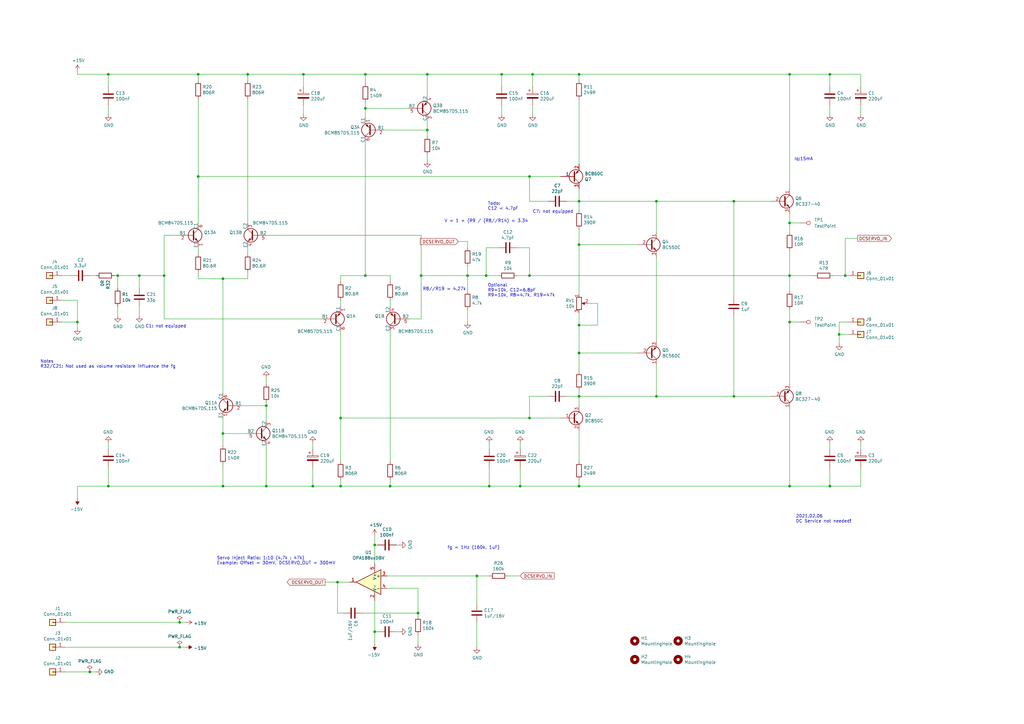
<source format=kicad_sch>
(kicad_sch (version 20211123) (generator eeschema)
  (paper "A3")
  (title_block (title "Discrete Pre-Amp Elektor with DC Servo") (date "2022-12-29") (rev "v2d"))
  (lib_symbols
    (symbol "Amplifier_Operational:OPA188xxDBV" (pin_names (offset 0.127))
      (property "Reference" "U" (at 0 5.08 0))
      (property "Value" "OPA188xxDBV" (at 0 -5.08 0))
      (symbol "OPA188xxDBV_0_1"
        (pin power_in line (at -2.54 -7.62 90) (length 3.81) (name "V-") (number "2"))
        (pin power_in line (at -2.54 7.62 270) (length 3.81) (name "V+") (number "5"))
      )
      (symbol "OPA188xxDBV_1_1"
        (pin output line (at 7.62 0 180) (length 2.54) (name "~") (number "1"))
        (pin input line (at -7.62 2.54 0) (length 2.54) (name "+") (number "3"))
        (pin input line (at -7.62 -2.54 0) (length 2.54) (name "-") (number "4"))
      )
    )
    (symbol "Connector:TestPoint" (pin_numbers hide) (pin_names (offset 0.762) hide)
      (property "Reference" "TP" (at 0 6.858 0))
      (property "Value" "TestPoint" (at 0 5.08 0))
      (symbol "TestPoint_1_1"
        (pin passive line (at 0 0 90) (length 2.54) (name "1") (number "1"))
      )
    )
    (symbol "Connector_Generic:Conn_01x01" (pin_names (offset 1.016) hide)
      (property "Reference" "J" (at 0 2.54 0))
      (property "Value" "Conn_01x01" (at 0 -2.54 0))
      (symbol "Conn_01x01_1_1"
        (pin passive line (at -5.08 0 0) (length 3.81) (name "Pin_1") (number "1"))
      )
    )
    (symbol "Device:C" (pin_numbers hide) (pin_names (offset 0.254))
      (property "Reference" "C" (at 0.635 2.54 0))
      (property "Value" "C" (at 0.635 -2.54 0))
      (symbol "C_1_1"
        (pin passive line (at 0 3.81 270) (length 2.794) (name "~") (number "1"))
        (pin passive line (at 0 -3.81 90) (length 2.794) (name "~") (number "2"))
      )
    )
    (symbol "Device:C_Polarized" (pin_numbers hide) (pin_names (offset 0.254))
      (property "Reference" "C" (at 0.635 2.54 0))
      (property "Value" "C_Polarized" (at 0.635 -2.54 0))
      (symbol "C_Polarized_1_1"
        (pin passive line (at 0 3.81 270) (length 2.794) (name "~") (number "1"))
        (pin passive line (at 0 -3.81 90) (length 2.794) (name "~") (number "2"))
      )
    )
    (symbol "Device:R" (pin_numbers hide) (pin_names (offset 0))
      (property "Reference" "R" (at 2.032 0 90))
      (property "Value" "R" (at 0 0 90))
      (symbol "R_1_1"
        (pin passive line (at 0 3.81 270) (length 1.27) (name "~") (number "1"))
        (pin passive line (at 0 -3.81 90) (length 1.27) (name "~") (number "2"))
      )
    )
    (symbol "Mechanical:MountingHole" (pin_names (offset 1.016))
      (property "Reference" "H" (at 0 5.08 0))
      (property "Value" "MountingHole" (at 0 3.175 0))
    )
    (symbol "Transistor_BJT:BC327" (pin_names (offset 0) hide)
      (property "Reference" "Q" (at 5.08 1.905 0))
      (property "Value" "BC327" (at 5.08 0 0))
      (symbol "BC327_1_1"
        (pin passive line (at 2.54 5.08 270) (length 2.54) (name "C") (number "1"))
        (pin input line (at -5.08 0 0) (length 5.715) (name "B") (number "2"))
        (pin passive line (at 2.54 -5.08 90) (length 2.54) (name "E") (number "3"))
      )
    )
    (symbol "Transistor_BJT:BC337" (pin_names (offset 0) hide)
      (property "Reference" "Q" (at 5.08 1.905 0))
      (property "Value" "BC337" (at 5.08 0 0))
      (symbol "BC337_1_1"
        (pin passive line (at 2.54 5.08 270) (length 2.54) (name "C") (number "1"))
        (pin input line (at -5.08 0 0) (length 5.08) (name "B") (number "2"))
        (pin passive line (at 2.54 -5.08 90) (length 2.54) (name "E") (number "3"))
      )
    )
    (symbol "Transistor_BJT:BC550" (pin_names (offset 0) hide)
      (property "Reference" "Q" (at 5.08 1.905 0))
      (property "Value" "BC550" (at 5.08 0 0))
      (symbol "BC550_1_1"
        (pin passive line (at 2.54 5.08 270) (length 2.54) (name "C") (number "1"))
        (pin input line (at -5.08 0 0) (length 5.08) (name "B") (number "2"))
        (pin passive line (at 2.54 -5.08 90) (length 2.54) (name "E") (number "3"))
      )
    )
    (symbol "Transistor_BJT:BC560" (pin_names (offset 0) hide)
      (property "Reference" "Q" (at 5.08 1.905 0))
      (property "Value" "BC560" (at 5.08 0 0))
      (symbol "BC560_1_1"
        (pin passive line (at 2.54 5.08 270) (length 2.54) (name "C") (number "1"))
        (pin input line (at -5.08 0 0) (length 5.715) (name "B") (number "2"))
        (pin passive line (at 2.54 -5.08 90) (length 2.54) (name "E") (number "3"))
      )
    )
    (symbol "Transistor_BJT:BC850" (pin_names (offset 0) hide)
      (property "Reference" "Q" (at 5.08 1.905 0))
      (property "Value" "BC850" (at 5.08 0 0))
      (symbol "BC850_1_1"
        (pin input line (at -5.08 0 0) (length 5.715) (name "B") (number "1"))
        (pin passive line (at 2.54 -5.08 90) (length 2.54) (name "E") (number "2"))
        (pin passive line (at 2.54 5.08 270) (length 2.54) (name "C") (number "3"))
      )
    )
    (symbol "Transistor_BJT:BC860" (pin_names (offset 0) hide)
      (property "Reference" "Q" (at 5.08 1.905 0))
      (property "Value" "BC860" (at 5.08 0 0))
      (symbol "BC860_1_1"
        (pin input line (at -5.08 0 0) (length 5.715) (name "B") (number "1"))
        (pin passive line (at 2.54 -5.08 90) (length 2.54) (name "E") (number "2"))
        (pin passive line (at 2.54 5.08 270) (length 2.54) (name "C") (number "3"))
      )
    )
    (symbol "kicad-snk:BCM847DS,115" (pin_names (offset 0))
      (property "Reference" "Q" (at 5.08 1.27 0))
      (property "Value" "BCM847DS,115" (at 5.08 -1.27 0))
      (symbol "BCM847DS,115_1_1"
        (pin passive line (at 2.54 -5.08 90) (length 2.54) (name "E1") (number "1"))
        (pin input line (at -5.08 0 0) (length 2.54) (name "B1") (number "2"))
        (pin passive line (at 2.54 5.08 270) (length 2.54) (name "C1") (number "6"))
      )
      (symbol "BCM847DS,115_2_1"
        (pin passive line (at 2.54 5.08 270) (length 2.54) (name "C2") (number "3"))
        (pin passive line (at 2.54 -5.08 90) (length 2.54) (name "E2") (number "4"))
        (pin input line (at -5.08 0 0) (length 2.54) (name "B2") (number "5"))
      )
    )
    (symbol "kicad-snk:BCM857DS,115" (pin_names (offset 0))
      (property "Reference" "Q" (at 5.08 1.27 0))
      (property "Value" "BCM857DS,115" (at 5.08 -1.27 0))
      (symbol "BCM857DS,115_1_1"
        (pin passive line (at 2.54 -5.08 90) (length 2.54) (name "E1") (number "1"))
        (pin input line (at -5.08 0 0) (length 2.54) (name "B1") (number "2"))
        (pin passive line (at 2.54 5.08 270) (length 2.54) (name "C1") (number "6"))
      )
      (symbol "BCM857DS,115_2_1"
        (pin passive line (at 2.54 5.08 270) (length 2.54) (name "C2") (number "3"))
        (pin passive line (at 2.54 -5.08 90) (length 2.54) (name "E2") (number "4"))
        (pin input line (at -5.08 0 0) (length 2.54) (name "B2") (number "5"))
      )
    )
    (symbol "power:+15V" (power) (pin_names (offset 0))
      (property "Value" "+15V" (at 0 3.556 0))
      (symbol "+15V_1_1"
        (pin power_in line (at 0 0 90) (length 0) hide (name "+15V") (number "1"))
      )
    )
    (symbol "power:-15V" (power) (pin_names (offset 0))
      (property "Value" "-15V" (at 0 3.81 0))
      (symbol "-15V_0_0"
        (pin power_in line (at 0 0 90) (length 0) hide (name "-15V") (number "1"))
      )
    )
    (symbol "power:GND" (power) (pin_names (offset 0))
      (property "Value" "GND" (at 0 -3.81 0))
      (symbol "GND_1_1"
        (pin power_in line (at 0 0 270) (length 0) hide (name "GND") (number "1"))
      )
    )
    (symbol "power:PWR_FLAG" (power) (pin_numbers hide) (pin_names (offset 0) hide)
      (property "Value" "PWR_FLAG" (at 0 3.81 0))
      (symbol "PWR_FLAG_0_0"
        (pin power_out line (at 0 0 90) (length 0) (name "pwr") (number "1"))
      )
    )
    (symbol "pre-amp-discret-rescue:R_POT-Device" (pin_names (offset 1.016) hide)
      (property "Reference" "RV" (at -4.445 0 90))
      (property "Value" "R_POT-Device" (at -2.54 0 90))
      (symbol "R_POT-Device_1_1"
        (pin passive line (at 0 3.81 270) (length 1.27) (name "1") (number "1"))
        (pin passive line (at 3.81 0 180) (length 1.27) (name "2") (number "2"))
        (pin passive line (at 0 -3.81 90) (length 1.27) (name "3") (number "3"))
      )
    )
  )
  (junction (at 149.86 113.03))
  (junction (at 139.7 199.39))
  (junction (at 217.17 171.45))
  (junction (at 237.49 162.56))
  (junction (at 237.49 100.33))
  (junction (at 237.49 30.48))
  (junction (at 149.86 30.48))
  (junction (at 67.31 113.03))
  (junction (at 160.02 199.39))
  (junction (at 237.49 82.55))
  (junction (at 300.99 82.55))
  (junction (at 175.26 30.48))
  (junction (at 237.49 133.35))
  (junction (at 124.46 30.48))
  (junction (at 340.36 199.39))
  (junction (at 217.17 72.39))
  (junction (at 195.58 236.22))
  (junction (at 171.45 251.46))
  (junction (at 139.7 171.45))
  (junction (at 346.71 113.03))
  (junction (at 323.85 91.44))
  (junction (at 91.44 114.3))
  (junction (at 138.43 238.76))
  (junction (at 172.72 113.03))
  (junction (at 36.83 275.59))
  (junction (at 153.67 223.52))
  (junction (at 237.49 144.78))
  (junction (at 205.74 30.48))
  (junction (at 323.85 113.03))
  (junction (at 44.45 30.48))
  (junction (at 81.28 30.48))
  (junction (at 175.26 53.34))
  (junction (at 44.45 199.39))
  (junction (at 73.66 255.27))
  (junction (at 109.22 166.37))
  (junction (at 57.15 113.03))
  (junction (at 269.24 162.56))
  (junction (at 323.85 30.48))
  (junction (at 109.22 199.39))
  (junction (at 31.75 132.08))
  (junction (at 218.44 30.48))
  (junction (at 213.36 199.39))
  (junction (at 73.66 265.43))
  (junction (at 91.44 199.39))
  (junction (at 323.85 132.08))
  (junction (at 81.28 72.39))
  (junction (at 191.77 113.03))
  (junction (at 200.66 199.39))
  (junction (at 48.26 113.03))
  (junction (at 269.24 82.55))
  (junction (at 340.36 30.48))
  (junction (at 237.49 199.39))
  (junction (at 149.86 44.45))
  (junction (at 91.44 177.8))
  (junction (at 199.39 113.03))
  (junction (at 128.27 199.39))
  (junction (at 101.6 30.48))
  (junction (at 344.17 137.16))
  (junction (at 300.99 162.56))
  (junction (at 217.17 113.03))
  (junction (at 323.85 199.39))
  (junction (at 153.67 259.08))
  (wire (pts (xy 26.67 265.43) (xy 73.66 265.43)))
  (wire (pts (xy 73.66 255.27) (xy 76.2 255.27)))
  (wire (pts (xy 224.79 82.55) (xy 217.17 82.55)))
  (wire (pts (xy 347.98 132.08) (xy 344.17 132.08)))
  (wire (pts (xy 91.44 114.3) (xy 81.28 114.3)))
  (wire (pts (xy 237.49 100.33) (xy 237.49 93.98)))
  (wire (pts (xy 200.66 184.15) (xy 200.66 181.61)))
  (wire (pts (xy 163.83 223.52) (xy 162.56 223.52)))
  (wire (pts (xy 158.75 236.22) (xy 195.58 236.22)))
  (wire (pts (xy 109.22 182.88) (xy 109.22 199.39)))
  (wire (pts (xy 323.85 119.38) (xy 323.85 113.03)))
  (wire (pts (xy 212.09 101.6) (xy 217.17 101.6)))
  (wire (pts (xy 232.41 162.56) (xy 237.49 162.56)))
  (wire (pts (xy 353.06 43.18) (xy 353.06 46.99)))
  (wire (pts (xy 353.06 30.48) (xy 340.36 30.48)))
  (wire (pts (xy 237.49 199.39) (xy 237.49 196.85)))
  (wire (pts (xy 67.31 96.52) (xy 67.31 113.03)))
  (wire (pts (xy 205.74 30.48) (xy 218.44 30.48)))
  (wire (pts (xy 261.62 100.33) (xy 237.49 100.33)))
  (wire (pts (xy 237.49 176.53) (xy 237.49 189.23)))
  (wire (pts (xy 149.86 113.03) (xy 160.02 113.03)))
  (wire (pts (xy 205.74 30.48) (xy 205.74 35.56)))
  (wire (pts (xy 213.36 191.77) (xy 213.36 199.39)))
  (wire (pts (xy 172.72 96.52) (xy 172.72 113.03)))
  (wire (pts (xy 138.43 251.46) (xy 138.43 238.76)))
  (wire (pts (xy 153.67 219.71) (xy 153.67 223.52)))
  (wire (pts (xy 237.49 162.56) (xy 237.49 160.02)))
  (wire (pts (xy 153.67 246.38) (xy 153.67 259.08)))
  (wire (pts (xy 269.24 82.55) (xy 237.49 82.55)))
  (wire (pts (xy 344.17 132.08) (xy 344.17 137.16)))
  (wire (pts (xy 347.98 137.16) (xy 344.17 137.16)))
  (wire (pts (xy 31.75 199.39) (xy 44.45 199.39)))
  (wire (pts (xy 340.36 35.56) (xy 340.36 30.48)))
  (wire (pts (xy 237.49 86.36) (xy 237.49 82.55)))
  (wire (pts (xy 323.85 91.44) (xy 328.295 91.44)))
  (wire (pts (xy 237.49 33.02) (xy 237.49 30.48)))
  (wire (pts (xy 25.4 132.08) (xy 31.75 132.08)))
  (wire (pts (xy 160.02 125.73) (xy 160.02 123.19)))
  (wire (pts (xy 148.59 251.46) (xy 171.45 251.46)))
  (wire (pts (xy 26.67 255.27) (xy 73.66 255.27)))
  (wire (pts (xy 160.02 135.89) (xy 160.02 189.23)))
  (wire (pts (xy 109.22 96.52) (xy 172.72 96.52)))
  (wire (pts (xy 199.39 113.03) (xy 191.77 113.03)))
  (wire (pts (xy 175.26 66.04) (xy 175.26 63.5)))
  (wire (pts (xy 217.17 72.39) (xy 217.17 82.55)))
  (wire (pts (xy 101.6 40.64) (xy 101.6 91.44)))
  (wire (pts (xy 44.45 35.56) (xy 44.45 30.48)))
  (wire (pts (xy 57.15 113.03) (xy 67.31 113.03)))
  (wire (pts (xy 149.86 34.29) (xy 149.86 30.48)))
  (wire (pts (xy 160.02 199.39) (xy 200.66 199.39)))
  (wire (pts (xy 205.74 46.99) (xy 205.74 43.18)))
  (wire (pts (xy 44.45 184.15) (xy 44.45 181.61)))
  (wire (pts (xy 175.26 30.48) (xy 205.74 30.48)))
  (wire (pts (xy 157.48 53.34) (xy 175.26 53.34)))
  (wire (pts (xy 109.22 165.1) (xy 109.22 166.37)))
  (wire (pts (xy 139.7 135.89) (xy 139.7 171.45)))
  (wire (pts (xy 128.27 184.15) (xy 128.27 181.61)))
  (wire (pts (xy 153.67 259.08) (xy 153.67 264.16)))
  (wire (pts (xy 57.15 129.54) (xy 57.15 125.73)))
  (wire (pts (xy 101.6 30.48) (xy 101.6 33.02)))
  (wire (pts (xy 48.26 118.11) (xy 48.26 113.03)))
  (wire (pts (xy 323.85 87.63) (xy 323.85 91.44)))
  (wire (pts (xy 109.22 166.37) (xy 109.22 172.72)))
  (wire (pts (xy 48.26 113.03) (xy 57.15 113.03)))
  (wire (pts (xy 31.75 30.48) (xy 31.75 29.21)))
  (wire (pts (xy 149.86 48.26) (xy 149.86 44.45)))
  (wire (pts (xy 26.67 275.59) (xy 36.83 275.59)))
  (wire (pts (xy 340.36 199.39) (xy 340.36 191.77)))
  (wire (pts (xy 200.66 191.77) (xy 200.66 199.39)))
  (wire (pts (xy 67.31 113.03) (xy 67.31 130.81)))
  (wire (pts (xy 323.85 167.64) (xy 323.85 199.39)))
  (wire (pts (xy 245.11 133.35) (xy 237.49 133.35)))
  (wire (pts (xy 213.36 199.39) (xy 237.49 199.39)))
  (wire (pts (xy 300.99 162.56) (xy 269.24 162.56)))
  (wire (pts (xy 109.22 157.48) (xy 109.22 154.94)))
  (wire (pts (xy 139.7 125.73) (xy 139.7 123.19)))
  (wire (pts (xy 73.66 265.43) (xy 76.2 265.43)))
  (wire (pts (xy 44.45 199.39) (xy 44.45 191.77)))
  (wire (pts (xy 346.71 113.03) (xy 347.98 113.03)))
  (wire (pts (xy 217.17 162.56) (xy 217.17 171.45)))
  (wire (pts (xy 139.7 113.03) (xy 149.86 113.03)))
  (wire (pts (xy 237.49 199.39) (xy 323.85 199.39)))
  (wire (pts (xy 323.85 199.39) (xy 340.36 199.39)))
  (wire (pts (xy 300.99 129.54) (xy 300.99 162.56)))
  (wire (pts (xy 31.75 132.08) (xy 31.75 134.62)))
  (wire (pts (xy 172.72 113.03) (xy 191.77 113.03)))
  (wire (pts (xy 340.36 184.15) (xy 340.36 181.61)))
  (wire (pts (xy 44.45 46.99) (xy 44.45 43.18)))
  (wire (pts (xy 213.36 184.15) (xy 213.36 181.61)))
  (wire (pts (xy 323.85 157.48) (xy 323.85 132.08)))
  (wire (pts (xy 153.67 223.52) (xy 153.67 231.14)))
  (wire (pts (xy 175.26 53.34) (xy 175.26 49.53)))
  (wire (pts (xy 323.85 30.48) (xy 340.36 30.48)))
  (wire (pts (xy 237.49 133.35) (xy 237.49 144.78)))
  (wire (pts (xy 175.26 39.37) (xy 175.26 30.48)))
  (wire (pts (xy 237.49 30.48) (xy 323.85 30.48)))
  (wire (pts (xy 128.27 199.39) (xy 128.27 191.77)))
  (wire (pts (xy 101.6 114.3) (xy 91.44 114.3)))
  (wire (pts (xy 217.17 113.03) (xy 323.85 113.03)))
  (wire (pts (xy 167.64 130.81) (xy 172.72 130.81)))
  (wire (pts (xy 31.75 204.47) (xy 31.75 199.39)))
  (wire (pts (xy 139.7 171.45) (xy 139.7 189.23)))
  (wire (pts (xy 81.28 114.3) (xy 81.28 111.76)))
  (wire (pts (xy 101.6 177.8) (xy 91.44 177.8)))
  (wire (pts (xy 36.83 113.03) (xy 39.37 113.03)))
  (wire (pts (xy 154.94 259.08) (xy 153.67 259.08)))
  (wire (pts (xy 81.28 104.14) (xy 81.28 101.6)))
  (wire (pts (xy 31.75 30.48) (xy 44.45 30.48)))
  (wire (pts (xy 31.75 123.19) (xy 31.75 132.08)))
  (wire (pts (xy 160.02 115.57) (xy 160.02 113.03)))
  (wire (pts (xy 101.6 104.14) (xy 101.6 101.6)))
  (wire (pts (xy 172.72 113.03) (xy 172.72 130.81)))
  (wire (pts (xy 140.97 251.46) (xy 138.43 251.46)))
  (wire (pts (xy 191.77 101.6) (xy 191.77 99.06)))
  (wire (pts (xy 81.28 40.64) (xy 81.28 72.39)))
  (wire (pts (xy 212.09 113.03) (xy 217.17 113.03)))
  (wire (pts (xy 99.06 166.37) (xy 109.22 166.37)))
  (wire (pts (xy 300.99 121.92) (xy 300.99 82.55)))
  (wire (pts (xy 229.87 171.45) (xy 217.17 171.45)))
  (wire (pts (xy 91.44 177.8) (xy 91.44 171.45)))
  (wire (pts (xy 323.85 113.03) (xy 334.01 113.03)))
  (wire (pts (xy 269.24 149.86) (xy 269.24 162.56)))
  (wire (pts (xy 44.45 199.39) (xy 91.44 199.39)))
  (wire (pts (xy 353.06 184.15) (xy 353.06 181.61)))
  (wire (pts (xy 323.85 30.48) (xy 323.85 77.47)))
  (wire (pts (xy 346.71 97.79) (xy 346.71 113.03)))
  (wire (pts (xy 109.22 199.39) (xy 128.27 199.39)))
  (wire (pts (xy 139.7 115.57) (xy 139.7 113.03)))
  (wire (pts (xy 245.11 124.46) (xy 245.11 133.35)))
  (wire (pts (xy 217.17 72.39) (xy 81.28 72.39)))
  (wire (pts (xy 199.39 101.6) (xy 199.39 113.03)))
  (wire (pts (xy 36.83 275.59) (xy 39.37 275.59)))
  (wire (pts (xy 128.27 199.39) (xy 139.7 199.39)))
  (wire (pts (xy 353.06 199.39) (xy 353.06 191.77)))
  (wire (pts (xy 25.4 113.03) (xy 29.21 113.03)))
  (wire (pts (xy 149.86 30.48) (xy 175.26 30.48)))
  (wire (pts (xy 171.45 260.35) (xy 171.45 264.16)))
  (wire (pts (xy 149.86 58.42) (xy 149.86 113.03)))
  (wire (pts (xy 217.17 171.45) (xy 139.7 171.45)))
  (wire (pts (xy 241.3 124.46) (xy 245.11 124.46)))
  (wire (pts (xy 124.46 35.56) (xy 124.46 30.48)))
  (wire (pts (xy 195.58 236.22) (xy 200.66 236.22)))
  (wire (pts (xy 139.7 199.39) (xy 160.02 199.39)))
  (wire (pts (xy 171.45 241.3) (xy 158.75 241.3)))
  (wire (pts (xy 353.06 199.39) (xy 340.36 199.39)))
  (wire (pts (xy 57.15 118.11) (xy 57.15 113.03)))
  (wire (pts (xy 25.4 123.19) (xy 31.75 123.19)))
  (wire (pts (xy 208.28 236.22) (xy 213.36 236.22)))
  (wire (pts (xy 217.17 101.6) (xy 217.17 113.03)))
  (wire (pts (xy 48.26 129.54) (xy 48.26 125.73)))
  (wire (pts (xy 133.35 238.76) (xy 138.43 238.76)))
  (wire (pts (xy 139.7 199.39) (xy 139.7 196.85)))
  (wire (pts (xy 81.28 30.48) (xy 101.6 30.48)))
  (wire (pts (xy 167.64 44.45) (xy 149.86 44.45)))
  (wire (pts (xy 149.86 44.45) (xy 149.86 41.91)))
  (wire (pts (xy 218.44 30.48) (xy 237.49 30.48)))
  (wire (pts (xy 191.77 127) (xy 191.77 132.08)))
  (wire (pts (xy 81.28 30.48) (xy 81.28 33.02)))
  (wire (pts (xy 175.26 55.88) (xy 175.26 53.34)))
  (wire (pts (xy 191.77 113.03) (xy 191.77 119.38)))
  (wire (pts (xy 124.46 43.18) (xy 124.46 46.99)))
  (wire (pts (xy 67.31 96.52) (xy 73.66 96.52)))
  (wire (pts (xy 46.99 113.03) (xy 48.26 113.03)))
  (wire (pts (xy 163.83 259.08) (xy 162.56 259.08)))
  (wire (pts (xy 218.44 43.18) (xy 218.44 46.99)))
  (wire (pts (xy 204.47 101.6) (xy 199.39 101.6)))
  (wire (pts (xy 171.45 252.73) (xy 171.45 251.46)))
  (wire (pts (xy 269.24 162.56) (xy 237.49 162.56)))
  (wire (pts (xy 237.49 144.78) (xy 237.49 152.4)))
  (wire (pts (xy 195.58 247.65) (xy 195.58 236.22)))
  (wire (pts (xy 344.17 140.97) (xy 344.17 137.16)))
  (wire (pts (xy 199.39 113.03) (xy 204.47 113.03)))
  (wire (pts (xy 237.49 120.65) (xy 237.49 100.33)))
  (wire (pts (xy 353.06 35.56) (xy 353.06 30.48)))
  (wire (pts (xy 269.24 105.41) (xy 269.24 139.7)))
  (wire (pts (xy 341.63 113.03) (xy 346.71 113.03)))
  (wire (pts (xy 323.85 91.44) (xy 323.85 95.25)))
  (wire (pts (xy 237.49 82.55) (xy 237.49 77.47)))
  (wire (pts (xy 200.66 199.39) (xy 213.36 199.39)))
  (wire (pts (xy 171.45 251.46) (xy 171.45 241.3)))
  (wire (pts (xy 138.43 238.76) (xy 143.51 238.76)))
  (wire (pts (xy 124.46 30.48) (xy 101.6 30.48)))
  (wire (pts (xy 323.85 132.08) (xy 328.295 132.08)))
  (wire (pts (xy 191.77 99.06) (xy 187.96 99.06)))
  (wire (pts (xy 195.58 265.43) (xy 195.58 255.27)))
  (wire (pts (xy 323.85 113.03) (xy 323.85 102.87)))
  (wire (pts (xy 160.02 199.39) (xy 160.02 196.85)))
  (wire (pts (xy 81.28 72.39) (xy 81.28 91.44)))
  (wire (pts (xy 101.6 114.3) (xy 101.6 111.76)))
  (wire (pts (xy 351.79 97.79) (xy 346.71 97.79)))
  (wire (pts (xy 67.31 130.81) (xy 132.08 130.81)))
  (wire (pts (xy 269.24 95.25) (xy 269.24 82.55)))
  (wire (pts (xy 91.44 199.39) (xy 109.22 199.39)))
  (wire (pts (xy 232.41 82.55) (xy 237.49 82.55)))
  (wire (pts (xy 300.99 82.55) (xy 269.24 82.55)))
  (wire (pts (xy 154.94 223.52) (xy 153.67 223.52)))
  (wire (pts (xy 237.49 40.64) (xy 237.49 67.31)))
  (wire (pts (xy 323.85 132.08) (xy 323.85 127)))
  (wire (pts (xy 44.45 30.48) (xy 81.28 30.48)))
  (wire (pts (xy 91.44 161.29) (xy 91.44 114.3)))
  (wire (pts (xy 237.49 166.37) (xy 237.49 162.56)))
  (wire (pts (xy 316.23 162.56) (xy 300.99 162.56)))
  (wire (pts (xy 229.87 72.39) (xy 217.17 72.39)))
  (wire (pts (xy 91.44 190.5) (xy 91.44 199.39)))
  (wire (pts (xy 191.77 109.22) (xy 191.77 113.03)))
  (wire (pts (xy 237.49 128.27) (xy 237.49 133.35)))
  (wire (pts (xy 261.62 144.78) (xy 237.49 144.78)))
  (wire (pts (xy 340.36 46.99) (xy 340.36 43.18)))
  (wire (pts (xy 91.44 182.88) (xy 91.44 177.8)))
  (wire (pts (xy 124.46 30.48) (xy 149.86 30.48)))
  (wire (pts (xy 218.44 30.48) (xy 218.44 35.56)))
  (wire (pts (xy 316.23 82.55) (xy 300.99 82.55)))
  (wire (pts (xy 224.79 162.56) (xy 217.17 162.56)))
  (text "R8//R19 = 4.27k" (at 173.355 119.38 0) (effects (font (size 1.27 1.27)) (justify left bottom)))
  (text "Servo Inject Ratio: 1:10 (4.7k : 47k)\nExample: Offset = 30mV, DCSERVO_OUT = 300mV" (at 88.9 231.775 0) (effects (font (size 1.27 1.27)) (justify left bottom)))
  (text "2021.02.06\nDC Service not needed!" (at 326.39 214.63 0) (effects (font (size 1.27 1.27)) (justify left bottom)))
  (text "Notes\nR32/C21: Not used as volume resistore influence the fg" (at 16.51 151.13 0) (effects (font (size 1.27 1.27)) (justify left bottom)))
  (text "V = 1 + (R9 / (R8//R14) = 3.34" (at 182.245 91.44 0) (effects (font (size 1.27 1.27)) (justify left bottom)))
  (text "C1: not equipped" (at 59.69 134.62 0) (effects (font (size 1.27 1.27)) (justify left bottom)))
  (text "Optional\nR9=10k, C12=6.8pF\nR9=10k, R8=4.7k, R19=47k" (at 200.025 121.92 0) (effects (font (size 1.27 1.27)) (justify left bottom)))
  (text "Todo:\nC12 < 4.7pF" (at 200.025 86.36 0) (effects (font (size 1.27 1.27)) (justify left bottom)))
  (text "C7: not equipped" (at 218.44 87.63 0) (effects (font (size 1.27 1.27)) (justify left bottom)))
  (text "fg = 1Hz (160k, 1uF)" (at 183.515 225.425 0) (effects (font (size 1.27 1.27)) (justify left bottom)))
  (text "Iq:15mA" (at 325.755 66.04 0) (effects (font (size 1.27 1.27)) (justify left bottom)))
  (global_label "DCSERVO_OUT" (shape output) (at 133.35 238.76 180) (property "Intersheet References" "${INTERSHEET_REFS}" (effects hide)))
  (global_label "DCSERVO_OUT" (shape input) (at 187.96 99.06 180) (property "Intersheet References" "${INTERSHEET_REFS}" (effects hide)))
  (global_label "DCSERVO_IN" (shape output) (at 351.79 97.79 0) (property "Intersheet References" "${INTERSHEET_REFS}" (effects hide)))
  (global_label "DCSERVO_IN" (shape input) (at 213.36 236.22 0) (property "Intersheet References" "${INTERSHEET_REFS}" (effects hide)))
  (symbol (lib_id "Device:R") (at 160.02 193.04 0) (unit 1)
    (property "Reference" "R6" (at 161.798 191.8716 0) (effects (justify left)))
    (property "Value" "806R" (at 161.798 194.183 0) (effects (justify left)))
    (property "Footprint" "Resistor_SMD:R_0805_2012Metric_Pad1.20x1.40mm_HandSolder" (effects hide))
  )
  (symbol (lib_id "Device:C") (at 33.02 113.03 270) (unit 1)
    (property "Reference" "C2" (at 33.02 106.6292 90))
    (property "Value" "3.3uF" (at 33.02 108.9406 90))
    (property "Footprint" "Capacitor_THT:C_Rect_L7.2mm_W7.2mm_P5.00mm_FKS2_FKP2_MKS2_MKP2" (effects hide))
  )
  (symbol (lib_id "power:GND") (at 48.26 129.54 0) (unit 1)
    (property "Reference" "#PWR09" (effects hide))
    (property "Value" "GND" (at 48.387 133.9342 0))
  )
  (symbol (lib_id "Device:R") (at 139.7 193.04 0) (unit 1)
    (property "Reference" "R3" (at 141.478 191.8716 0) (effects (justify left)))
    (property "Value" "806R" (at 141.478 194.183 0) (effects (justify left)))
    (property "Footprint" "Resistor_SMD:R_0805_2012Metric_Pad1.20x1.40mm_HandSolder" (effects hide))
  )
  (symbol (lib_id "Device:R") (at 48.26 121.92 0) (unit 1)
    (property "Reference" "R1" (at 50.038 120.7516 0) (effects (justify left)))
    (property "Value" "10k" (at 50.038 123.063 0) (effects (justify left)))
    (property "Footprint" "Resistor_SMD:R_0805_2012Metric_Pad1.20x1.40mm_HandSolder" (effects hide))
  )
  (symbol (lib_id "Device:R") (at 191.77 123.19 0) (unit 1)
    (property "Reference" "R8" (at 193.548 122.0216 0) (effects (justify left)))
    (property "Value" "4.7k" (at 193.548 124.333 0) (effects (justify left)))
    (property "Footprint" "Resistor_SMD:R_0805_2012Metric_Pad1.20x1.40mm_HandSolder" (effects hide))
  )
  (symbol (lib_id "Device:R") (at 208.28 113.03 270) (unit 1)
    (property "Reference" "R9" (at 208.28 107.7722 90))
    (property "Value" "10k" (at 208.28 110.0836 90))
    (property "Footprint" "Resistor_SMD:R_0805_2012Metric_Pad1.20x1.40mm_HandSolder" (effects hide))
  )
  (symbol (lib_id "Device:R") (at 139.7 119.38 0) (unit 1)
    (property "Reference" "R2" (at 141.478 118.2116 0) (effects (justify left)))
    (property "Value" "80.6R" (at 141.478 120.523 0) (effects (justify left)))
    (property "Footprint" "Resistor_SMD:R_0805_2012Metric_Pad1.20x1.40mm_HandSolder" (effects hide))
  )
  (symbol (lib_id "Device:R") (at 160.02 119.38 0) (unit 1)
    (property "Reference" "R5" (at 161.798 118.2116 0) (effects (justify left)))
    (property "Value" "80.6R" (at 161.798 120.523 0) (effects (justify left)))
    (property "Footprint" "Resistor_SMD:R_0805_2012Metric_Pad1.20x1.40mm_HandSolder" (effects hide))
  )
  (symbol (lib_id "Device:R") (at 149.86 38.1 0) (unit 1)
    (property "Reference" "R4" (at 151.638 36.9316 0) (effects (justify left)))
    (property "Value" "140R" (at 151.638 39.243 0) (effects (justify left)))
    (property "Footprint" "Resistor_SMD:R_0805_2012Metric_Pad1.20x1.40mm_HandSolder" (effects hide))
  )
  (symbol (lib_id "Device:R") (at 175.26 59.69 0) (unit 1)
    (property "Reference" "R7" (at 177.038 58.5216 0) (effects (justify left)))
    (property "Value" "10k" (at 177.038 60.833 0) (effects (justify left)))
    (property "Footprint" "Resistor_SMD:R_0805_2012Metric_Pad1.20x1.40mm_HandSolder" (effects hide))
  )
  (symbol (lib_id "Transistor_BJT:BC860") (at 234.95 72.39 0) (mirror x) (unit 1)
    (property "Reference" "Q7" (at 239.8014 73.5584 0) (effects (justify left)))
    (property "Value" "BC860C" (at 239.8014 71.247 0) (effects (justify left)))
    (property "Footprint" "Package_TO_SOT_SMD:SOT-23" (effects hide))
    (property "Datasheet" "http://www.infineon.com/dgdl/Infineon-BC857SERIES_BC858SERIES_BC859SERIES_BC860SERIES-DS-v01_01-en.pdf?fileId=db3a304314dca389011541da0e3a1661" (effects hide))
  )
  (symbol (lib_id "Device:R") (at 237.49 36.83 0) (unit 1)
    (property "Reference" "R11" (at 239.268 35.6616 0) (effects (justify left)))
    (property "Value" "249R" (at 239.268 37.973 0) (effects (justify left)))
    (property "Footprint" "Resistor_SMD:R_0805_2012Metric_Pad1.20x1.40mm_HandSolder" (effects hide))
  )
  (symbol (lib_id "power:GND") (at 191.77 132.08 0) (unit 1)
    (property "Reference" "#PWR013" (effects hide))
    (property "Value" "GND" (at 191.897 136.4742 0))
  )
  (symbol (lib_id "power:GND") (at 31.75 134.62 0) (unit 1)
    (property "Reference" "#PWR04" (effects hide))
    (property "Value" "GND" (at 31.877 139.0142 0))
  )
  (symbol (lib_id "Mechanical:MountingHole") (at 260.35 262.89 0) (unit 1)
    (property "Reference" "H1" (at 262.89 261.7216 0) (effects (justify left)))
    (property "Value" "MountingHole" (at 262.89 264.033 0) (effects (justify left)))
    (property "Footprint" "MountingHole:MountingHole_3.2mm_M3" (effects hide))
  )
  (symbol (lib_id "Mechanical:MountingHole") (at 278.13 262.89 0) (unit 1)
    (property "Reference" "H3" (at 280.67 261.7216 0) (effects (justify left)))
    (property "Value" "MountingHole" (at 280.67 264.033 0) (effects (justify left)))
    (property "Footprint" "MountingHole:MountingHole_3.2mm_M3" (effects hide))
  )
  (symbol (lib_id "Mechanical:MountingHole") (at 260.35 270.51 0) (unit 1)
    (property "Reference" "H2" (at 262.89 269.3416 0) (effects (justify left)))
    (property "Value" "MountingHole" (at 262.89 271.653 0) (effects (justify left)))
    (property "Footprint" "MountingHole:MountingHole_3.2mm_M3" (effects hide))
  )
  (symbol (lib_id "Mechanical:MountingHole") (at 278.13 270.51 0) (unit 1)
    (property "Reference" "H4" (at 280.67 269.3416 0) (effects (justify left)))
    (property "Value" "MountingHole" (at 280.67 271.653 0) (effects (justify left)))
    (property "Footprint" "MountingHole:MountingHole_3.2mm_M3" (effects hide))
  )
  (symbol (lib_id "Connector_Generic:Conn_01x01") (at 20.32 113.03 180) (unit 1)
    (property "Reference" "J4" (at 22.4028 107.315 0))
    (property "Value" "Conn_01x01" (at 22.4028 109.6264 0))
    (property "Footprint" "Connector_Pin:Pin_D1.0mm_L10.0mm" (effects hide))
  )
  (symbol (lib_id "Connector_Generic:Conn_01x01") (at 20.32 123.19 180) (unit 1)
    (property "Reference" "J5" (at 22.4028 117.475 0))
    (property "Value" "Conn_01x01" (at 22.4028 119.7864 0))
    (property "Footprint" "Connector_Pin:Pin_D1.0mm_L10.0mm" (effects hide))
  )
  (symbol (lib_id "power:GND") (at 175.26 66.04 0) (unit 1)
    (property "Reference" "#PWR012" (effects hide))
    (property "Value" "GND" (at 175.387 70.4342 0))
  )
  (symbol (lib_id "power:+15V") (at 31.75 29.21 0) (unit 1)
    (property "Reference" "#PWR05" (effects hide))
    (property "Value" "+15V" (at 32.131 24.8158 0))
  )
  (symbol (lib_id "power:-15V") (at 31.75 204.47 180) (unit 1)
    (property "Reference" "#PWR08" (effects hide))
    (property "Value" "-15V" (at 31.369 208.8642 0))
  )
  (symbol (lib_id "Connector_Generic:Conn_01x01") (at 353.06 113.03 0) (unit 1)
    (property "Reference" "J6" (at 355.092 111.9632 0) (effects (justify left)))
    (property "Value" "Conn_01x01" (at 355.092 114.2746 0) (effects (justify left)))
    (property "Footprint" "Connector_Pin:Pin_D1.0mm_L10.0mm" (effects hide))
  )
  (symbol (lib_id "Connector_Generic:Conn_01x01") (at 353.06 137.16 0) (unit 1)
    (property "Reference" "J7" (at 355.092 136.0932 0) (effects (justify left)))
    (property "Value" "Conn_01x01" (at 355.092 138.4046 0) (effects (justify left)))
    (property "Footprint" "Connector_Pin:Pin_D1.0mm_L10.0mm" (effects hide))
  )
  (symbol (lib_id "Connector_Generic:Conn_01x01") (at 21.59 255.27 180) (unit 1)
    (property "Reference" "J1" (at 23.6728 249.555 0))
    (property "Value" "Conn_01x01" (at 23.6728 251.8664 0))
    (property "Footprint" "Connector_Pin:Pin_D1.0mm_L10.0mm" (effects hide))
  )
  (symbol (lib_id "Connector_Generic:Conn_01x01") (at 21.59 275.59 180) (unit 1)
    (property "Reference" "J2" (at 23.6728 269.875 0))
    (property "Value" "Conn_01x01" (at 23.6728 272.1864 0))
    (property "Footprint" "Connector_Pin:Pin_D1.0mm_L10.0mm" (effects hide))
  )
  (symbol (lib_id "Connector_Generic:Conn_01x01") (at 21.59 265.43 180) (unit 1)
    (property "Reference" "J3" (at 23.6728 259.715 0))
    (property "Value" "Conn_01x01" (at 23.6728 262.0264 0))
    (property "Footprint" "Connector_Pin:Pin_D1.0mm_L10.0mm" (effects hide))
  )
  (symbol (lib_id "power:GND") (at 39.37 275.59 90) (unit 1)
    (property "Reference" "#PWR02" (effects hide))
    (property "Value" "GND" (at 42.6212 275.463 90) (effects (justify right)))
  )
  (symbol (lib_id "power:+15V") (at 76.2 255.27 270) (unit 1)
    (property "Reference" "#PWR01" (effects hide))
    (property "Value" "+15V" (at 79.4512 255.651 90) (effects (justify left)))
  )
  (symbol (lib_id "Device:C_Polarized") (at 353.06 187.96 0) (unit 1)
    (property "Reference" "C3" (at 356.0572 186.7916 0) (effects (justify left)))
    (property "Value" "220uF" (at 356.0572 189.103 0) (effects (justify left)))
    (property "Footprint" "Capacitor_THT:CP_Radial_D8.0mm_P3.50mm" (effects hide))
  )
  (symbol (lib_id "Device:C") (at 340.36 187.96 180) (unit 1)
    (property "Reference" "C5" (at 343.281 186.7916 0) (effects (justify right)))
    (property "Value" "100nF" (at 343.281 189.103 0) (effects (justify right)))
    (property "Footprint" "Capacitor_SMD:C_1210_3225Metric_Pad1.33x2.70mm_HandSolder" (effects hide))
  )
  (symbol (lib_id "power:GND") (at 44.45 181.61 180) (unit 1)
    (property "Reference" "#PWR011" (effects hide))
    (property "Value" "GND" (at 44.323 177.2158 0))
  )
  (symbol (lib_id "Device:R") (at 337.82 113.03 270) (unit 1)
    (property "Reference" "R13" (at 337.82 107.7722 90))
    (property "Value" "47R" (at 337.82 110.0836 90))
    (property "Footprint" "Resistor_SMD:R_0805_2012Metric_Pad1.20x1.40mm_HandSolder" (effects hide))
  )
  (symbol (lib_id "Device:C_Polarized") (at 353.06 39.37 0) (unit 1)
    (property "Reference" "C1" (at 356.0572 38.2016 0) (effects (justify left)))
    (property "Value" "220uF" (at 356.0572 40.513 0) (effects (justify left)))
    (property "Footprint" "Capacitor_THT:CP_Radial_D8.0mm_P3.50mm" (effects hide))
  )
  (symbol (lib_id "Device:C") (at 340.36 39.37 180) (unit 1)
    (property "Reference" "C4" (at 343.281 38.2016 0) (effects (justify right)))
    (property "Value" "100nF" (at 343.281 40.513 0) (effects (justify right)))
    (property "Footprint" "Capacitor_SMD:C_1210_3225Metric_Pad1.33x2.70mm_HandSolder" (effects hide))
  )
  (symbol (lib_id "power:GND") (at 44.45 46.99 0) (unit 1)
    (property "Reference" "#PWR010" (effects hide))
    (property "Value" "GND" (at 44.577 51.3842 0))
  )
  (symbol (lib_id "power:GND") (at 344.17 140.97 0) (unit 1)
    (property "Reference" "#PWR015" (effects hide))
    (property "Value" "GND" (at 344.297 145.3642 0))
  )
  (symbol (lib_id "power:-15V") (at 76.2 265.43 270) (unit 1)
    (property "Reference" "#PWR0101" (effects hide))
    (property "Value" "-15V" (at 79.4512 265.811 90) (effects (justify left)))
  )
  (symbol (lib_id "power:PWR_FLAG") (at 36.83 275.59 0) (unit 1)
    (property "Reference" "#FLG0101" (effects hide))
    (property "Value" "PWR_FLAG" (at 36.83 271.1958 0))
  )
  (symbol (lib_id "power:PWR_FLAG") (at 73.66 265.43 0) (unit 1)
    (property "Reference" "#FLG0103" (effects hide))
    (property "Value" "PWR_FLAG" (at 73.66 261.0358 0))
  )
  (symbol (lib_id "Device:C") (at 208.28 101.6 270) (unit 1)
    (property "Reference" "C12" (at 208.28 95.1992 90))
    (property "Value" "4.7pF" (at 208.28 97.5106 90))
    (property "Footprint" "Capacitor_SMD:C_0805_2012Metric_Pad1.18x1.45mm_HandSolder" (effects hide))
  )
  (symbol (lib_id "Device:C") (at 44.45 39.37 180) (unit 1)
    (property "Reference" "C13" (at 47.371 38.2016 0) (effects (justify right)))
    (property "Value" "100nF" (at 47.371 40.513 0) (effects (justify right)))
    (property "Footprint" "Capacitor_SMD:C_1210_3225Metric_Pad1.33x2.70mm_HandSolder" (effects hide))
  )
  (symbol (lib_id "Device:C") (at 44.45 187.96 180) (unit 1)
    (property "Reference" "C14" (at 47.371 186.7916 0) (effects (justify right)))
    (property "Value" "100nF" (at 47.371 189.103 0) (effects (justify right)))
    (property "Footprint" "Capacitor_SMD:C_1210_3225Metric_Pad1.33x2.70mm_HandSolder" (effects hide))
  )
  (symbol (lib_id "power:GND") (at 340.36 181.61 180) (unit 1)
    (property "Reference" "#PWR018" (effects hide))
    (property "Value" "GND" (at 340.233 177.2158 0))
  )
  (symbol (lib_id "power:GND") (at 340.36 46.99 0) (unit 1)
    (property "Reference" "#PWR017" (effects hide))
    (property "Value" "GND" (at 340.487 51.3842 0))
  )
  (symbol (lib_id "power:GND") (at 353.06 46.99 0) (unit 1)
    (property "Reference" "#PWR019" (effects hide))
    (property "Value" "GND" (at 353.187 51.3842 0))
  )
  (symbol (lib_id "power:GND") (at 353.06 181.61 180) (unit 1)
    (property "Reference" "#PWR020" (effects hide))
    (property "Value" "GND" (at 352.933 177.2158 0))
  )
  (symbol (lib_id "kicad-snk:BCM847DS,115") (at 78.74 96.52 0) (unit 1)
    (property "Reference" "Q13" (at 83.566 95.3516 0) (effects (justify left)))
    (property "Value" "BCM847DS,115" (at 64.77 91.44 0) (effects (justify left)))
    (property "Footprint" "Package_SO:SC-74-6_1.5x2.9mm_P0.95mm" (effects hide))
    (property "Datasheet" "https://www.analog.com/media/en/technical-documentation/obsolete-data-sheets/SSM2210.pdf" (effects hide))
  )
  (symbol (lib_id "kicad-snk:BCM847DS,115") (at 104.14 96.52 0) (mirror y) (unit 2)
    (property "Reference" "Q13" (at 99.2886 95.3516 0) (effects (justify left)))
    (property "Value" "BCM847DS,115" (at 118.11 91.44 0) (effects (justify left)))
    (property "Footprint" "Package_SO:SC-74-6_1.5x2.9mm_P0.95mm" (effects hide))
    (property "Datasheet" "https://www.analog.com/media/en/technical-documentation/obsolete-data-sheets/SSM2210.pdf" (effects hide))
  )
  (symbol (lib_id "kicad-snk:BCM847DS,115") (at 93.98 166.37 0) (mirror y) (unit 1)
    (property "Reference" "Q11" (at 89.1286 165.2016 0) (effects (justify left)))
    (property "Value" "BCM847DS,115" (at 89.1286 167.513 0) (effects (justify left)))
    (property "Footprint" "Package_SO:SC-74-6_1.5x2.9mm_P0.95mm" (effects hide))
    (property "Datasheet" "https://www.analog.com/media/en/technical-documentation/obsolete-data-sheets/SSM2210.pdf" (effects hide))
  )
  (symbol (lib_id "kicad-snk:BCM847DS,115") (at 106.68 177.8 0) (unit 2)
    (property "Reference" "Q11" (at 111.506 176.6316 0) (effects (justify left)))
    (property "Value" "BCM847DS,115" (at 111.506 178.943 0) (effects (justify left)))
    (property "Footprint" "Package_SO:SC-74-6_1.5x2.9mm_P0.95mm" (effects hide))
    (property "Datasheet" "https://www.analog.com/media/en/technical-documentation/obsolete-data-sheets/SSM2210.pdf" (effects hide))
  )
  (symbol (lib_id "power:PWR_FLAG") (at 73.66 255.27 0) (unit 1)
    (property "Reference" "#FLG01" (effects hide))
    (property "Value" "PWR_FLAG" (at 73.66 250.8758 0))
  )
  (symbol (lib_id "kicad-snk:BCM857DS,115") (at 172.72 44.45 0) (mirror x) (unit 2)
    (property "Reference" "Q3" (at 177.546 43.2816 0) (effects (justify left)))
    (property "Value" "BCM857DS,115" (at 177.546 45.593 0) (effects (justify left)))
    (property "Footprint" "Package_SO:SC-74-6_1.5x2.9mm_P0.95mm" (effects hide))
    (property "Datasheet" "https://www.analog.com/media/en/technical-documentation/data-sheets/SSM2220.pdf" (effects hide))
  )
  (symbol (lib_id "kicad-snk:BCM857DS,115") (at 152.4 53.34 180) (unit 1)
    (property "Reference" "Q3" (at 147.5486 52.1716 0) (effects (justify left)))
    (property "Value" "BCM857DS,115" (at 147.5486 54.483 0) (effects (justify left)))
    (property "Footprint" "Package_SO:SC-74-6_1.5x2.9mm_P0.95mm" (effects hide))
    (property "Datasheet" "https://www.analog.com/media/en/technical-documentation/data-sheets/SSM2220.pdf" (effects hide))
  )
  (symbol (lib_id "kicad-snk:BCM857DS,115") (at 137.16 130.81 0) (mirror x) (unit 1)
    (property "Reference" "Q1" (at 141.986 129.6416 0) (effects (justify left)))
    (property "Value" "BCM857DS,115" (at 121.92 135.89 0) (effects (justify left)))
    (property "Footprint" "Package_SO:SC-74-6_1.5x2.9mm_P0.95mm" (effects hide))
    (property "Datasheet" "https://www.analog.com/media/en/technical-documentation/data-sheets/SSM2220.pdf" (effects hide))
  )
  (symbol (lib_id "kicad-snk:BCM857DS,115") (at 162.56 130.81 180) (unit 2)
    (property "Reference" "Q1" (at 157.7086 129.6416 0) (effects (justify left)))
    (property "Value" "BCM857DS,115" (at 177.8 135.89 0) (effects (justify left)))
    (property "Footprint" "Package_SO:SC-74-6_1.5x2.9mm_P0.95mm" (effects hide))
    (property "Datasheet" "https://www.analog.com/media/en/technical-documentation/data-sheets/SSM2220.pdf" (effects hide))
  )
  (symbol (lib_id "Device:R") (at 237.49 193.04 0) (unit 1)
    (property "Reference" "R27" (at 239.268 191.8716 0) (effects (justify left)))
    (property "Value" "249R" (at 239.268 194.183 0) (effects (justify left)))
    (property "Footprint" "Resistor_SMD:R_0805_2012Metric_Pad1.20x1.40mm_HandSolder" (effects hide))
  )
  (symbol (lib_id "Device:C_Polarized") (at 124.46 39.37 0) (unit 1)
    (property "Reference" "C18" (at 127.4572 38.2016 0) (effects (justify left)))
    (property "Value" "220uF" (at 127.4572 40.513 0) (effects (justify left)))
    (property "Footprint" "Capacitor_THT:CP_Radial_D8.0mm_P3.50mm" (effects hide))
  )
  (symbol (lib_id "power:GND") (at 124.46 46.99 0) (unit 1)
    (property "Reference" "#PWR023" (effects hide))
    (property "Value" "GND" (at 124.587 51.3842 0))
  )
  (symbol (lib_id "Device:C_Polarized") (at 128.27 187.96 0) (unit 1)
    (property "Reference" "C19" (at 131.2672 186.7916 0) (effects (justify left)))
    (property "Value" "220uF" (at 131.2672 189.103 0) (effects (justify left)))
    (property "Footprint" "Capacitor_THT:CP_Radial_D8.0mm_P3.50mm" (effects hide))
  )
  (symbol (lib_id "power:GND") (at 128.27 181.61 180) (unit 1)
    (property "Reference" "#PWR024" (effects hide))
    (property "Value" "GND" (at 128.143 177.2158 0))
  )
  (symbol (lib_id "Device:R") (at 101.6 36.83 0) (unit 1)
    (property "Reference" "R23" (at 103.378 35.6616 0) (effects (justify left)))
    (property "Value" "806R" (at 103.378 37.973 0) (effects (justify left)))
    (property "Footprint" "Resistor_SMD:R_0805_2012Metric_Pad1.20x1.40mm_HandSolder" (effects hide))
  )
  (symbol (lib_id "Device:R") (at 81.28 36.83 0) (unit 1)
    (property "Reference" "R20" (at 83.058 35.6616 0) (effects (justify left)))
    (property "Value" "806R" (at 83.058 37.973 0) (effects (justify left)))
    (property "Footprint" "Resistor_SMD:R_0805_2012Metric_Pad1.20x1.40mm_HandSolder" (effects hide))
  )
  (symbol (lib_id "Device:R") (at 81.28 107.95 0) (unit 1)
    (property "Reference" "R21" (at 83.058 106.7816 0) (effects (justify left)))
    (property "Value" "80.6R" (at 83.058 109.093 0) (effects (justify left)))
    (property "Footprint" "Resistor_SMD:R_0805_2012Metric_Pad1.20x1.40mm_HandSolder" (effects hide))
  )
  (symbol (lib_id "Device:R") (at 101.6 107.95 0) (unit 1)
    (property "Reference" "R24" (at 103.378 106.7816 0) (effects (justify left)))
    (property "Value" "80.6R" (at 103.378 109.093 0) (effects (justify left)))
    (property "Footprint" "Resistor_SMD:R_0805_2012Metric_Pad1.20x1.40mm_HandSolder" (effects hide))
  )
  (symbol (lib_id "Device:R") (at 109.22 161.29 0) (unit 1)
    (property "Reference" "R25" (at 110.998 160.1216 0) (effects (justify left)))
    (property "Value" "10k" (at 110.998 162.433 0) (effects (justify left)))
    (property "Footprint" "Resistor_SMD:R_0805_2012Metric_Pad1.20x1.40mm_HandSolder" (effects hide))
  )
  (symbol (lib_id "power:GND") (at 109.22 154.94 180) (unit 1)
    (property "Reference" "#PWR0104" (effects hide))
    (property "Value" "GND" (at 109.093 150.5458 0))
  )
  (symbol (lib_id "Device:R") (at 91.44 186.69 0) (unit 1)
    (property "Reference" "R22" (at 93.218 185.5216 0) (effects (justify left)))
    (property "Value" "140R" (at 93.218 187.833 0) (effects (justify left)))
    (property "Footprint" "Resistor_SMD:R_0805_2012Metric_Pad1.20x1.40mm_HandSolder" (effects hide))
  )
  (symbol (lib_id "Device:C") (at 57.15 121.92 180) (unit 1)
    (property "Reference" "C21" (at 60.071 120.7516 0) (effects (justify right)))
    (property "Value" "33p" (at 60.071 123.063 0) (effects (justify right)))
    (property "Footprint" "Capacitor_SMD:C_0805_2012Metric_Pad1.18x1.45mm_HandSolder" (effects hide))
  )
  (symbol (lib_id "Device:R") (at 43.18 113.03 270) (unit 1)
    (property "Reference" "R32" (at 44.3484 114.808 0) (effects (justify left)))
    (property "Value" "0R" (at 42.037 114.808 0) (effects (justify left)))
    (property "Footprint" "Resistor_SMD:R_0805_2012Metric_Pad1.20x1.40mm_HandSolder" (effects hide))
  )
  (symbol (lib_id "Device:R") (at 237.49 90.17 0) (unit 1)
    (property "Reference" "R14" (at 239.268 89.0016 0) (effects (justify left)))
    (property "Value" "390R" (at 239.268 91.313 0) (effects (justify left)))
    (property "Footprint" "Resistor_SMD:R_0805_2012Metric_Pad1.20x1.40mm_HandSolder" (effects hide))
  )
  (symbol (lib_id "power:GND") (at 57.15 129.54 0) (unit 1)
    (property "Reference" "#PWR031" (effects hide))
    (property "Value" "GND" (at 57.277 133.9342 0))
  )
  (symbol (lib_id "Device:R") (at 237.49 156.21 0) (unit 1)
    (property "Reference" "R15" (at 239.268 155.0416 0) (effects (justify left)))
    (property "Value" "390R" (at 239.268 157.353 0) (effects (justify left)))
    (property "Footprint" "Resistor_SMD:R_0805_2012Metric_Pad1.20x1.40mm_HandSolder" (effects hide))
  )
  (symbol (lib_id "pre-amp-discret-rescue:R_POT-Device") (at 237.49 124.46 0) (unit 1)
    (property "Reference" "RV1" (at 235.712 123.2916 0) (effects (justify right)))
    (property "Value" "10k" (at 235.712 125.603 0) (effects (justify right)))
    (property "Footprint" "Potentiometer_THT:Potentiometer_Bourns_3296W_Vertical" (effects hide))
  )
  (symbol (lib_id "Device:R") (at 323.85 99.06 0) (unit 1)
    (property "Reference" "R16" (at 325.628 97.8916 0) (effects (justify left)))
    (property "Value" "10R" (at 325.628 100.203 0) (effects (justify left)))
    (property "Footprint" "Resistor_SMD:R_0805_2012Metric_Pad1.20x1.40mm_HandSolder" (effects hide))
  )
  (symbol (lib_id "Device:R") (at 323.85 123.19 0) (unit 1)
    (property "Reference" "R17" (at 325.628 122.0216 0) (effects (justify left)))
    (property "Value" "10R" (at 325.628 124.333 0) (effects (justify left)))
    (property "Footprint" "Resistor_SMD:R_0805_2012Metric_Pad1.20x1.40mm_HandSolder" (effects hide))
  )
  (symbol (lib_id "Device:C") (at 300.99 125.73 180) (unit 1)
    (property "Reference" "C9" (at 303.911 124.5616 0) (effects (justify right)))
    (property "Value" "1uF" (at 303.911 126.873 0) (effects (justify right)))
    (property "Footprint" "Capacitor_THT:C_Rect_L7.2mm_W5.5mm_P5.00mm_FKS2_FKP2_MKS2_MKP2" (effects hide))
  )
  (symbol (lib_id "Transistor_BJT:BC560") (at 266.7 144.78 0) (mirror x) (unit 1)
    (property "Reference" "Q5" (at 271.5514 143.6116 0) (effects (justify left)))
    (property "Value" "BC560C" (at 271.5514 145.923 0) (effects (justify left)))
    (property "Footprint" "Package_TO_SOT_THT:TO-92_Inline" (effects hide))
    (property "Datasheet" "https://www.onsemi.com/pub/Collateral/BC556BTA-D.pdf" (effects hide))
  )
  (symbol (lib_id "Transistor_BJT:BC550") (at 266.7 100.33 0) (unit 1)
    (property "Reference" "Q4" (at 271.5514 99.1616 0) (effects (justify left)))
    (property "Value" "BC550C" (at 271.5514 101.473 0) (effects (justify left)))
    (property "Footprint" "Package_TO_SOT_THT:TO-92_Inline" (effects hide))
    (property "Datasheet" "https://www.onsemi.com/pub/Collateral/BC550-D.pdf" (effects hide))
  )
  (symbol (lib_id "Transistor_BJT:BC850") (at 234.95 171.45 0) (unit 1)
    (property "Reference" "Q2" (at 239.8014 170.2816 0) (effects (justify left)))
    (property "Value" "BC850C" (at 239.8014 172.593 0) (effects (justify left)))
    (property "Footprint" "Package_TO_SOT_SMD:SOT-23" (effects hide))
    (property "Datasheet" "http://www.infineon.com/dgdl/Infineon-BC847SERIES_BC848SERIES_BC849SERIES_BC850SERIES-DS-v01_01-en.pdf?fileId=db3a304314dca389011541d4630a1657" (effects hide))
  )
  (symbol (lib_id "Transistor_BJT:BC337") (at 321.31 82.55 0) (unit 1)
    (property "Reference" "Q6" (at 326.136 81.3816 0) (effects (justify left)))
    (property "Value" "BC337-40" (at 326.136 83.693 0) (effects (justify left)))
    (property "Footprint" "Package_TO_SOT_THT:TO-92_Inline" (effects hide))
    (property "Datasheet" "https://diotec.com/tl_files/diotec/files/pdf/datasheets/bc337.pdf" (effects hide))
  )
  (symbol (lib_id "Transistor_BJT:BC327") (at 321.31 162.56 0) (mirror x) (unit 1)
    (property "Reference" "Q8" (at 326.136 161.3916 0) (effects (justify left)))
    (property "Value" "BC327-40" (at 326.136 163.703 0) (effects (justify left)))
    (property "Footprint" "Package_TO_SOT_THT:TO-92_Inline" (effects hide))
    (property "Datasheet" "http://www.onsemi.com/pub_link/Collateral/BC327-D.PDF" (effects hide))
  )
  (symbol (lib_id "Device:R") (at 204.47 236.22 270) (unit 1)
    (property "Reference" "R26" (at 204.47 230.9622 90))
    (property "Value" "160k" (at 204.47 233.2736 90))
    (property "Footprint" "Resistor_SMD:R_0805_2012Metric_Pad1.20x1.40mm_HandSolder" (effects hide))
  )
  (symbol (lib_id "Device:C") (at 195.58 251.46 180) (unit 1)
    (property "Reference" "C17" (at 198.501 250.2916 0) (effects (justify right)))
    (property "Value" "1uF/16V" (at 198.501 252.603 0) (effects (justify right)))
    (property "Footprint" "Capacitor_SMD:C_1210_3225Metric_Pad1.33x2.70mm_HandSolder" (effects hide))
  )
  (symbol (lib_id "Device:R") (at 171.45 256.54 0) (unit 1)
    (property "Reference" "R18" (at 173.228 255.3716 0) (effects (justify left)))
    (property "Value" "160k" (at 173.228 257.683 0) (effects (justify left)))
    (property "Footprint" "Resistor_SMD:R_0805_2012Metric_Pad1.20x1.40mm_HandSolder" (effects hide))
  )
  (symbol (lib_id "Device:C") (at 144.78 251.46 90) (unit 1)
    (property "Reference" "C6" (at 145.9484 254.381 0) (effects (justify right)))
    (property "Value" "1uF/16V" (at 143.637 254.381 0) (effects (justify right)))
    (property "Footprint" "Capacitor_SMD:C_1210_3225Metric_Pad1.33x2.70mm_HandSolder" (effects hide))
  )
  (symbol (lib_id "Device:C") (at 158.75 223.52 270) (unit 1)
    (property "Reference" "C10" (at 158.75 217.1192 90))
    (property "Value" "100nF" (at 158.75 219.4306 90))
    (property "Footprint" "Capacitor_SMD:C_0603_1608Metric_Pad1.08x0.95mm_HandSolder" (effects hide))
  )
  (symbol (lib_id "power:+15V") (at 153.67 219.71 0) (unit 1)
    (property "Reference" "#PWR0102" (effects hide))
    (property "Value" "+15V" (at 154.051 215.3158 0))
  )
  (symbol (lib_id "power:-15V") (at 153.67 264.16 180) (unit 1)
    (property "Reference" "#PWR0103" (effects hide))
    (property "Value" "-15V" (at 153.289 268.5542 0))
  )
  (symbol (lib_id "Device:C") (at 158.75 259.08 270) (unit 1)
    (property "Reference" "C11" (at 158.75 252.6792 90))
    (property "Value" "100nF" (at 158.75 254.9906 90))
    (property "Footprint" "Capacitor_SMD:C_0603_1608Metric_Pad1.08x0.95mm_HandSolder" (effects hide))
  )
  (symbol (lib_id "power:GND") (at 163.83 259.08 90) (unit 1)
    (property "Reference" "#PWR0105" (effects hide))
    (property "Value" "GND" (at 168.2242 258.953 0))
  )
  (symbol (lib_id "power:GND") (at 171.45 264.16 0) (unit 1)
    (property "Reference" "#PWR0106" (effects hide))
    (property "Value" "GND" (at 171.577 268.5542 0))
  )
  (symbol (lib_id "power:GND") (at 195.58 265.43 0) (unit 1)
    (property "Reference" "#PWR0107" (effects hide))
    (property "Value" "GND" (at 195.707 269.8242 0))
  )
  (symbol (lib_id "Amplifier_Operational:OPA188xxDBV") (at 151.13 238.76 0) (mirror y) (unit 1)
    (property "Reference" "U1" (at 151.13 226.5426 0))
    (property "Value" "OPA188xxDBV" (at 151.13 228.854 0))
    (property "Footprint" "Package_TO_SOT_SMD:TSOT-23-5" (effects hide))
    (property "Datasheet" "http://www.ti.com/lit/ds/symlink/opa188.pdf" (effects hide))
  )
  (symbol (lib_id "power:GND") (at 163.83 223.52 90) (unit 1)
    (property "Reference" "#PWR0108" (effects hide))
    (property "Value" "GND" (at 168.2242 223.393 0))
  )
  (symbol (lib_id "Device:R") (at 191.77 105.41 0) (unit 1)
    (property "Reference" "R19" (at 193.548 104.2416 0) (effects (justify left)))
    (property "Value" "47k" (at 193.548 106.553 0) (effects (justify left)))
    (property "Footprint" "Resistor_SMD:R_0805_2012Metric_Pad1.20x1.40mm_HandSolder" (effects hide))
  )
  (symbol (lib_id "power:GND") (at 205.74 46.99 0) (unit 1)
    (property "Reference" "#PWR0109" (effects hide))
    (property "Value" "GND" (at 205.867 51.3842 0))
  )
  (symbol (lib_id "Connector:TestPoint") (at 328.295 91.44 270) (unit 1)
    (property "Reference" "TP1" (at 334.01 90.1699 90) (effects (justify left)))
    (property "Value" "TestPoint" (at 334.01 92.7099 90) (effects (justify left)))
    (property "Footprint" "TestPoint:TestPoint_Pad_D1.0mm" (effects hide))
  )
  (symbol (lib_id "Connector_Generic:Conn_01x01") (at 353.06 132.08 0) (unit 1)
    (property "Reference" "J9" (at 355.092 131.0132 0) (effects (justify left)))
    (property "Value" "Conn_01x01" (at 355.092 133.3246 0) (effects (justify left)))
    (property "Footprint" "Connector_Pin:Pin_D1.0mm_L10.0mm" (effects hide))
  )
  (symbol (lib_id "Device:C") (at 205.74 39.37 180) (unit 1)
    (property "Reference" "C15" (at 208.661 38.2016 0) (effects (justify right)))
    (property "Value" "100nF" (at 208.661 40.513 0) (effects (justify right)))
    (property "Footprint" "Capacitor_SMD:C_1210_3225Metric_Pad1.33x2.70mm_HandSolder" (effects hide))
  )
  (symbol (lib_id "Device:C_Polarized") (at 213.36 187.96 0) (unit 1)
    (property "Reference" "C22" (at 216.3572 186.7916 0) (effects (justify left)))
    (property "Value" "220uF" (at 216.3572 189.103 0) (effects (justify left)))
    (property "Footprint" "Capacitor_THT:CP_Radial_D8.0mm_P3.50mm" (effects hide))
  )
  (symbol (lib_id "Device:C_Polarized") (at 218.44 39.37 0) (unit 1)
    (property "Reference" "C16" (at 221.4372 38.2016 0) (effects (justify left)))
    (property "Value" "220uF" (at 221.4372 40.513 0) (effects (justify left)))
    (property "Footprint" "Capacitor_THT:CP_Radial_D8.0mm_P3.50mm" (effects hide))
  )
  (symbol (lib_id "Device:C") (at 200.66 187.96 180) (unit 1)
    (property "Reference" "C20" (at 203.581 186.7916 0) (effects (justify right)))
    (property "Value" "100nF" (at 203.581 189.103 0) (effects (justify right)))
    (property "Footprint" "Capacitor_SMD:C_1210_3225Metric_Pad1.33x2.70mm_HandSolder" (effects hide))
  )
  (symbol (lib_id "Device:C") (at 228.6 82.55 270) (unit 1)
    (property "Reference" "C7" (at 228.6 76.1492 90))
    (property "Value" "22pF" (at 228.6 78.4606 90))
    (property "Footprint" "Capacitor_SMD:C_0805_2012Metric_Pad1.18x1.45mm_HandSolder" (effects hide))
  )
  (symbol (lib_id "power:GND") (at 213.36 181.61 180) (unit 1)
    (property "Reference" "#PWR0111" (effects hide))
    (property "Value" "GND" (at 213.233 177.2158 0))
  )
  (symbol (lib_id "power:GND") (at 200.66 181.61 180) (unit 1)
    (property "Reference" "#PWR0112" (effects hide))
    (property "Value" "GND" (at 200.533 177.2158 0))
  )
  (symbol (lib_id "Device:C") (at 228.6 162.56 270) (unit 1)
    (property "Reference" "C8" (at 228.6 156.1592 90))
    (property "Value" "22pF" (at 228.6 158.4706 90))
    (property "Footprint" "Capacitor_SMD:C_0805_2012Metric_Pad1.18x1.45mm_HandSolder" (effects hide))
  )
  (symbol (lib_id "Connector_Generic:Conn_01x01") (at 20.32 132.08 180) (unit 1)
    (property "Reference" "J8" (at 22.4028 126.365 0))
    (property "Value" "Conn_01x01" (at 22.4028 128.6764 0))
    (property "Footprint" "Connector_Pin:Pin_D1.0mm_L10.0mm" (effects hide))
  )
  (symbol (lib_id "power:GND") (at 218.44 46.99 0) (unit 1)
    (property "Reference" "#PWR0110" (effects hide))
    (property "Value" "GND" (at 218.567 51.3842 0))
  )
  (symbol (lib_id "Connector:TestPoint") (at 328.295 132.08 270) (unit 1)
    (property "Reference" "TP2" (at 334.01 130.8099 90) (effects (justify left)))
    (property "Value" "TestPoint" (at 334.01 133.3499 90) (effects (justify left)))
    (property "Footprint" "TestPoint:TestPoint_Pad_D1.0mm" (effects hide))
  )
)
</source>
